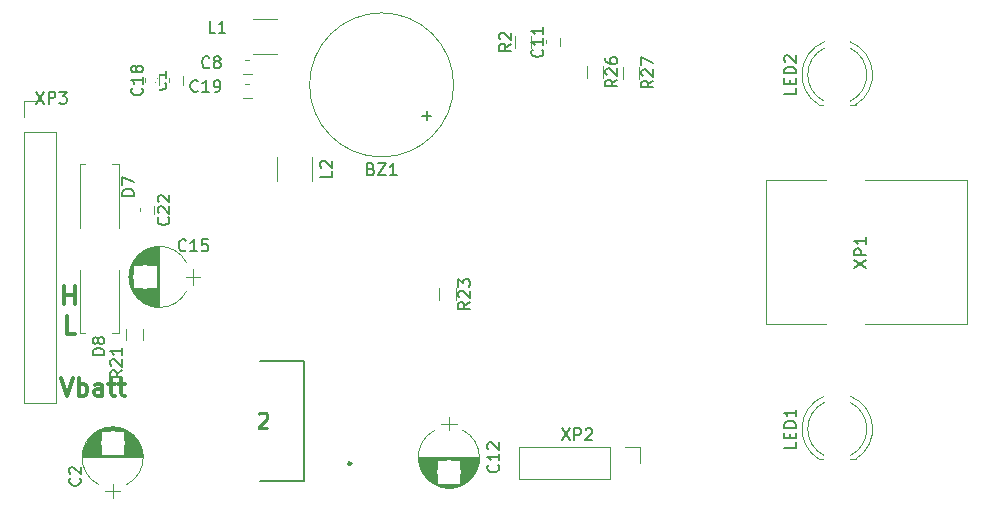
<source format=gbr>
%TF.GenerationSoftware,KiCad,Pcbnew,4.0.7-e2-6376~58~ubuntu16.04.1*%
%TF.CreationDate,2017-12-07T11:47:19+02:00*%
%TF.ProjectId,Rover_Commander_v3.1a,526F7665725F436F6D6D616E6465725F,rev?*%
%TF.FileFunction,Legend,Top*%
%FSLAX46Y46*%
G04 Gerber Fmt 4.6, Leading zero omitted, Abs format (unit mm)*
G04 Created by KiCad (PCBNEW 4.0.7-e2-6376~58~ubuntu16.04.1) date Thu Dec  7 11:47:19 2017*
%MOMM*%
%LPD*%
G01*
G04 APERTURE LIST*
%ADD10C,0.100000*%
%ADD11C,0.300000*%
%ADD12C,0.120000*%
%ADD13C,0.200000*%
%ADD14C,0.254000*%
%ADD15C,0.150000*%
%ADD16R,2.400000X2.400000*%
%ADD17C,2.400000*%
%ADD18R,1.150000X1.600000*%
%ADD19R,1.600000X1.150000*%
%ADD20R,2.400000X2.900000*%
%ADD21R,2.900000X2.400000*%
%ADD22R,2.200000X2.200000*%
%ADD23C,2.200000*%
%ADD24R,1.300000X1.600000*%
%ADD25C,1.920000*%
%ADD26C,3.100000*%
%ADD27R,2.100000X2.100000*%
%ADD28O,2.100000X2.100000*%
%ADD29R,2.000000X2.000000*%
%ADD30C,2.000000*%
%ADD31R,4.150000X1.450000*%
%ADD32R,8.700000X10.900000*%
%ADD33R,2.200000X2.900000*%
G04 APERTURE END LIST*
D10*
D11*
X111285714Y-111678571D02*
X111785714Y-113178571D01*
X112285714Y-111678571D01*
X112785714Y-113178571D02*
X112785714Y-111678571D01*
X112785714Y-112250000D02*
X112928571Y-112178571D01*
X113214285Y-112178571D01*
X113357142Y-112250000D01*
X113428571Y-112321429D01*
X113500000Y-112464286D01*
X113500000Y-112892857D01*
X113428571Y-113035714D01*
X113357142Y-113107143D01*
X113214285Y-113178571D01*
X112928571Y-113178571D01*
X112785714Y-113107143D01*
X114785714Y-113178571D02*
X114785714Y-112392857D01*
X114714285Y-112250000D01*
X114571428Y-112178571D01*
X114285714Y-112178571D01*
X114142857Y-112250000D01*
X114785714Y-113107143D02*
X114642857Y-113178571D01*
X114285714Y-113178571D01*
X114142857Y-113107143D01*
X114071428Y-112964286D01*
X114071428Y-112821429D01*
X114142857Y-112678571D01*
X114285714Y-112607143D01*
X114642857Y-112607143D01*
X114785714Y-112535714D01*
X115285714Y-112178571D02*
X115857143Y-112178571D01*
X115500000Y-111678571D02*
X115500000Y-112964286D01*
X115571428Y-113107143D01*
X115714286Y-113178571D01*
X115857143Y-113178571D01*
X116142857Y-112178571D02*
X116714286Y-112178571D01*
X116357143Y-111678571D02*
X116357143Y-112964286D01*
X116428571Y-113107143D01*
X116571429Y-113178571D01*
X116714286Y-113178571D01*
X111571429Y-105403571D02*
X111571429Y-103903571D01*
X111571429Y-104617857D02*
X112428572Y-104617857D01*
X112428572Y-105403571D02*
X112428572Y-103903571D01*
X112464286Y-107953571D02*
X111750000Y-107953571D01*
X111750000Y-106453571D01*
D12*
X144520000Y-86868000D02*
G75*
G03X144520000Y-86868000I-6100000J0D01*
G01*
X120400000Y-86850000D02*
X120400000Y-86150000D01*
X121600000Y-86150000D02*
X121600000Y-86850000D01*
X126716000Y-84744000D02*
X127416000Y-84744000D01*
X127416000Y-85944000D02*
X126716000Y-85944000D01*
X152308000Y-83596000D02*
X152308000Y-82896000D01*
X153508000Y-82896000D02*
X153508000Y-83596000D01*
X118400000Y-86850000D02*
X118400000Y-86150000D01*
X119600000Y-86150000D02*
X119600000Y-86850000D01*
X126716000Y-86776000D02*
X127416000Y-86776000D01*
X127416000Y-87976000D02*
X126716000Y-87976000D01*
X119150000Y-97100000D02*
X119150000Y-97800000D01*
X117950000Y-97800000D02*
X117950000Y-97100000D01*
X129556000Y-84284000D02*
X127556000Y-84284000D01*
X127556000Y-81324000D02*
X129556000Y-81324000D01*
X129584000Y-94980000D02*
X129584000Y-92980000D01*
X132544000Y-92980000D02*
X132544000Y-94980000D01*
X175919173Y-113212185D02*
G75*
G03X175455170Y-118560000I1080827J-2787815D01*
G01*
X178080827Y-113212185D02*
G75*
G02X178544830Y-118560000I-1080827J-2787815D01*
G01*
X175919571Y-113745521D02*
G75*
G03X175920000Y-118254684I1080429J-2254479D01*
G01*
X178080429Y-113745521D02*
G75*
G02X178080000Y-118254684I-1080429J-2254479D01*
G01*
X175455000Y-118560000D02*
X175920000Y-118560000D01*
X178080000Y-118560000D02*
X178545000Y-118560000D01*
X175919173Y-83212185D02*
G75*
G03X175455170Y-88560000I1080827J-2787815D01*
G01*
X178080827Y-83212185D02*
G75*
G02X178544830Y-88560000I-1080827J-2787815D01*
G01*
X175919571Y-83745521D02*
G75*
G03X175920000Y-88254684I1080429J-2254479D01*
G01*
X178080429Y-83745521D02*
G75*
G02X178080000Y-88254684I-1080429J-2254479D01*
G01*
X175455000Y-88560000D02*
X175920000Y-88560000D01*
X178080000Y-88560000D02*
X178545000Y-88560000D01*
X151048000Y-82728000D02*
X151048000Y-83728000D01*
X149688000Y-83728000D02*
X149688000Y-82728000D01*
X118180000Y-107500000D02*
X118180000Y-108500000D01*
X116820000Y-108500000D02*
X116820000Y-107500000D01*
X143320000Y-105100000D02*
X143320000Y-104100000D01*
X144680000Y-104100000D02*
X144680000Y-105100000D01*
X179350000Y-107120000D02*
X187990000Y-107120000D01*
X170970000Y-107120000D02*
X176050000Y-107120000D01*
X179350000Y-94920000D02*
X187990000Y-94920000D01*
X170970000Y-94920000D02*
X176050000Y-94920000D01*
X187990000Y-94920000D02*
X187990000Y-107120000D01*
X170970000Y-107120000D02*
X170970000Y-94920000D01*
X150054000Y-117542000D02*
X150054000Y-120202000D01*
X157734000Y-117542000D02*
X150054000Y-117542000D01*
X157734000Y-120202000D02*
X150054000Y-120202000D01*
X157734000Y-117542000D02*
X157734000Y-120202000D01*
X159004000Y-117542000D02*
X160334000Y-117542000D01*
X160334000Y-117542000D02*
X160334000Y-118872000D01*
X108170000Y-113790000D02*
X110830000Y-113790000D01*
X108170000Y-90870000D02*
X108170000Y-113790000D01*
X110830000Y-90870000D02*
X110830000Y-113790000D01*
X108170000Y-90870000D02*
X110830000Y-90870000D01*
X108170000Y-89600000D02*
X108170000Y-88270000D01*
X108170000Y-88270000D02*
X109500000Y-88270000D01*
X114468277Y-116096278D02*
G75*
G03X114468000Y-120707580I1179723J-2305722D01*
G01*
X116827723Y-116096278D02*
G75*
G02X116828000Y-120707580I-1179723J-2305722D01*
G01*
X116827723Y-116096278D02*
G75*
G03X114468000Y-116096420I-1179723J-2305722D01*
G01*
X113098000Y-118402000D02*
X118198000Y-118402000D01*
X113098000Y-118362000D02*
X118198000Y-118362000D01*
X113099000Y-118322000D02*
X118197000Y-118322000D01*
X113100000Y-118282000D02*
X118196000Y-118282000D01*
X113102000Y-118242000D02*
X118194000Y-118242000D01*
X113105000Y-118202000D02*
X118191000Y-118202000D01*
X113109000Y-118162000D02*
X118187000Y-118162000D01*
X113113000Y-118122000D02*
X114668000Y-118122000D01*
X116628000Y-118122000D02*
X118183000Y-118122000D01*
X113117000Y-118082000D02*
X114668000Y-118082000D01*
X116628000Y-118082000D02*
X118179000Y-118082000D01*
X113123000Y-118042000D02*
X114668000Y-118042000D01*
X116628000Y-118042000D02*
X118173000Y-118042000D01*
X113129000Y-118002000D02*
X114668000Y-118002000D01*
X116628000Y-118002000D02*
X118167000Y-118002000D01*
X113135000Y-117962000D02*
X114668000Y-117962000D01*
X116628000Y-117962000D02*
X118161000Y-117962000D01*
X113142000Y-117922000D02*
X114668000Y-117922000D01*
X116628000Y-117922000D02*
X118154000Y-117922000D01*
X113150000Y-117882000D02*
X114668000Y-117882000D01*
X116628000Y-117882000D02*
X118146000Y-117882000D01*
X113159000Y-117842000D02*
X114668000Y-117842000D01*
X116628000Y-117842000D02*
X118137000Y-117842000D01*
X113168000Y-117802000D02*
X114668000Y-117802000D01*
X116628000Y-117802000D02*
X118128000Y-117802000D01*
X113178000Y-117762000D02*
X114668000Y-117762000D01*
X116628000Y-117762000D02*
X118118000Y-117762000D01*
X113188000Y-117722000D02*
X114668000Y-117722000D01*
X116628000Y-117722000D02*
X118108000Y-117722000D01*
X113200000Y-117681000D02*
X114668000Y-117681000D01*
X116628000Y-117681000D02*
X118096000Y-117681000D01*
X113212000Y-117641000D02*
X114668000Y-117641000D01*
X116628000Y-117641000D02*
X118084000Y-117641000D01*
X113224000Y-117601000D02*
X114668000Y-117601000D01*
X116628000Y-117601000D02*
X118072000Y-117601000D01*
X113238000Y-117561000D02*
X114668000Y-117561000D01*
X116628000Y-117561000D02*
X118058000Y-117561000D01*
X113252000Y-117521000D02*
X114668000Y-117521000D01*
X116628000Y-117521000D02*
X118044000Y-117521000D01*
X113266000Y-117481000D02*
X114668000Y-117481000D01*
X116628000Y-117481000D02*
X118030000Y-117481000D01*
X113282000Y-117441000D02*
X114668000Y-117441000D01*
X116628000Y-117441000D02*
X118014000Y-117441000D01*
X113298000Y-117401000D02*
X114668000Y-117401000D01*
X116628000Y-117401000D02*
X117998000Y-117401000D01*
X113315000Y-117361000D02*
X114668000Y-117361000D01*
X116628000Y-117361000D02*
X117981000Y-117361000D01*
X113333000Y-117321000D02*
X114668000Y-117321000D01*
X116628000Y-117321000D02*
X117963000Y-117321000D01*
X113352000Y-117281000D02*
X114668000Y-117281000D01*
X116628000Y-117281000D02*
X117944000Y-117281000D01*
X113372000Y-117241000D02*
X114668000Y-117241000D01*
X116628000Y-117241000D02*
X117924000Y-117241000D01*
X113392000Y-117201000D02*
X114668000Y-117201000D01*
X116628000Y-117201000D02*
X117904000Y-117201000D01*
X113414000Y-117161000D02*
X114668000Y-117161000D01*
X116628000Y-117161000D02*
X117882000Y-117161000D01*
X113436000Y-117121000D02*
X114668000Y-117121000D01*
X116628000Y-117121000D02*
X117860000Y-117121000D01*
X113459000Y-117081000D02*
X114668000Y-117081000D01*
X116628000Y-117081000D02*
X117837000Y-117081000D01*
X113483000Y-117041000D02*
X114668000Y-117041000D01*
X116628000Y-117041000D02*
X117813000Y-117041000D01*
X113508000Y-117001000D02*
X114668000Y-117001000D01*
X116628000Y-117001000D02*
X117788000Y-117001000D01*
X113535000Y-116961000D02*
X114668000Y-116961000D01*
X116628000Y-116961000D02*
X117761000Y-116961000D01*
X113562000Y-116921000D02*
X114668000Y-116921000D01*
X116628000Y-116921000D02*
X117734000Y-116921000D01*
X113590000Y-116881000D02*
X114668000Y-116881000D01*
X116628000Y-116881000D02*
X117706000Y-116881000D01*
X113620000Y-116841000D02*
X114668000Y-116841000D01*
X116628000Y-116841000D02*
X117676000Y-116841000D01*
X113651000Y-116801000D02*
X114668000Y-116801000D01*
X116628000Y-116801000D02*
X117645000Y-116801000D01*
X113683000Y-116761000D02*
X114668000Y-116761000D01*
X116628000Y-116761000D02*
X117613000Y-116761000D01*
X113716000Y-116721000D02*
X114668000Y-116721000D01*
X116628000Y-116721000D02*
X117580000Y-116721000D01*
X113751000Y-116681000D02*
X114668000Y-116681000D01*
X116628000Y-116681000D02*
X117545000Y-116681000D01*
X113787000Y-116641000D02*
X114668000Y-116641000D01*
X116628000Y-116641000D02*
X117509000Y-116641000D01*
X113825000Y-116601000D02*
X114668000Y-116601000D01*
X116628000Y-116601000D02*
X117471000Y-116601000D01*
X113865000Y-116561000D02*
X114668000Y-116561000D01*
X116628000Y-116561000D02*
X117431000Y-116561000D01*
X113906000Y-116521000D02*
X114668000Y-116521000D01*
X116628000Y-116521000D02*
X117390000Y-116521000D01*
X113949000Y-116481000D02*
X114668000Y-116481000D01*
X116628000Y-116481000D02*
X117347000Y-116481000D01*
X113994000Y-116441000D02*
X114668000Y-116441000D01*
X116628000Y-116441000D02*
X117302000Y-116441000D01*
X114042000Y-116401000D02*
X114668000Y-116401000D01*
X116628000Y-116401000D02*
X117254000Y-116401000D01*
X114092000Y-116361000D02*
X114668000Y-116361000D01*
X116628000Y-116361000D02*
X117204000Y-116361000D01*
X114144000Y-116321000D02*
X114668000Y-116321000D01*
X116628000Y-116321000D02*
X117152000Y-116321000D01*
X114200000Y-116281000D02*
X114668000Y-116281000D01*
X116628000Y-116281000D02*
X117096000Y-116281000D01*
X114258000Y-116241000D02*
X114668000Y-116241000D01*
X116628000Y-116241000D02*
X117038000Y-116241000D01*
X114321000Y-116201000D02*
X114668000Y-116201000D01*
X116628000Y-116201000D02*
X116975000Y-116201000D01*
X114387000Y-116161000D02*
X116909000Y-116161000D01*
X114459000Y-116121000D02*
X116837000Y-116121000D01*
X114536000Y-116081000D02*
X116760000Y-116081000D01*
X114620000Y-116041000D02*
X116676000Y-116041000D01*
X114714000Y-116001000D02*
X116582000Y-116001000D01*
X114819000Y-115961000D02*
X116477000Y-115961000D01*
X114941000Y-115921000D02*
X116355000Y-115921000D01*
X115089000Y-115881000D02*
X116207000Y-115881000D01*
X115294000Y-115841000D02*
X116002000Y-115841000D01*
X115648000Y-121852000D02*
X115648000Y-120652000D01*
X114998000Y-121252000D02*
X116298000Y-121252000D01*
X145291723Y-120707722D02*
G75*
G03X145292000Y-116096420I-1179723J2305722D01*
G01*
X142932277Y-120707722D02*
G75*
G02X142932000Y-116096420I1179723J2305722D01*
G01*
X142932277Y-120707722D02*
G75*
G03X145292000Y-120707580I1179723J2305722D01*
G01*
X146662000Y-118402000D02*
X141562000Y-118402000D01*
X146662000Y-118442000D02*
X141562000Y-118442000D01*
X146661000Y-118482000D02*
X141563000Y-118482000D01*
X146660000Y-118522000D02*
X141564000Y-118522000D01*
X146658000Y-118562000D02*
X141566000Y-118562000D01*
X146655000Y-118602000D02*
X141569000Y-118602000D01*
X146651000Y-118642000D02*
X141573000Y-118642000D01*
X146647000Y-118682000D02*
X145092000Y-118682000D01*
X143132000Y-118682000D02*
X141577000Y-118682000D01*
X146643000Y-118722000D02*
X145092000Y-118722000D01*
X143132000Y-118722000D02*
X141581000Y-118722000D01*
X146637000Y-118762000D02*
X145092000Y-118762000D01*
X143132000Y-118762000D02*
X141587000Y-118762000D01*
X146631000Y-118802000D02*
X145092000Y-118802000D01*
X143132000Y-118802000D02*
X141593000Y-118802000D01*
X146625000Y-118842000D02*
X145092000Y-118842000D01*
X143132000Y-118842000D02*
X141599000Y-118842000D01*
X146618000Y-118882000D02*
X145092000Y-118882000D01*
X143132000Y-118882000D02*
X141606000Y-118882000D01*
X146610000Y-118922000D02*
X145092000Y-118922000D01*
X143132000Y-118922000D02*
X141614000Y-118922000D01*
X146601000Y-118962000D02*
X145092000Y-118962000D01*
X143132000Y-118962000D02*
X141623000Y-118962000D01*
X146592000Y-119002000D02*
X145092000Y-119002000D01*
X143132000Y-119002000D02*
X141632000Y-119002000D01*
X146582000Y-119042000D02*
X145092000Y-119042000D01*
X143132000Y-119042000D02*
X141642000Y-119042000D01*
X146572000Y-119082000D02*
X145092000Y-119082000D01*
X143132000Y-119082000D02*
X141652000Y-119082000D01*
X146560000Y-119123000D02*
X145092000Y-119123000D01*
X143132000Y-119123000D02*
X141664000Y-119123000D01*
X146548000Y-119163000D02*
X145092000Y-119163000D01*
X143132000Y-119163000D02*
X141676000Y-119163000D01*
X146536000Y-119203000D02*
X145092000Y-119203000D01*
X143132000Y-119203000D02*
X141688000Y-119203000D01*
X146522000Y-119243000D02*
X145092000Y-119243000D01*
X143132000Y-119243000D02*
X141702000Y-119243000D01*
X146508000Y-119283000D02*
X145092000Y-119283000D01*
X143132000Y-119283000D02*
X141716000Y-119283000D01*
X146494000Y-119323000D02*
X145092000Y-119323000D01*
X143132000Y-119323000D02*
X141730000Y-119323000D01*
X146478000Y-119363000D02*
X145092000Y-119363000D01*
X143132000Y-119363000D02*
X141746000Y-119363000D01*
X146462000Y-119403000D02*
X145092000Y-119403000D01*
X143132000Y-119403000D02*
X141762000Y-119403000D01*
X146445000Y-119443000D02*
X145092000Y-119443000D01*
X143132000Y-119443000D02*
X141779000Y-119443000D01*
X146427000Y-119483000D02*
X145092000Y-119483000D01*
X143132000Y-119483000D02*
X141797000Y-119483000D01*
X146408000Y-119523000D02*
X145092000Y-119523000D01*
X143132000Y-119523000D02*
X141816000Y-119523000D01*
X146388000Y-119563000D02*
X145092000Y-119563000D01*
X143132000Y-119563000D02*
X141836000Y-119563000D01*
X146368000Y-119603000D02*
X145092000Y-119603000D01*
X143132000Y-119603000D02*
X141856000Y-119603000D01*
X146346000Y-119643000D02*
X145092000Y-119643000D01*
X143132000Y-119643000D02*
X141878000Y-119643000D01*
X146324000Y-119683000D02*
X145092000Y-119683000D01*
X143132000Y-119683000D02*
X141900000Y-119683000D01*
X146301000Y-119723000D02*
X145092000Y-119723000D01*
X143132000Y-119723000D02*
X141923000Y-119723000D01*
X146277000Y-119763000D02*
X145092000Y-119763000D01*
X143132000Y-119763000D02*
X141947000Y-119763000D01*
X146252000Y-119803000D02*
X145092000Y-119803000D01*
X143132000Y-119803000D02*
X141972000Y-119803000D01*
X146225000Y-119843000D02*
X145092000Y-119843000D01*
X143132000Y-119843000D02*
X141999000Y-119843000D01*
X146198000Y-119883000D02*
X145092000Y-119883000D01*
X143132000Y-119883000D02*
X142026000Y-119883000D01*
X146170000Y-119923000D02*
X145092000Y-119923000D01*
X143132000Y-119923000D02*
X142054000Y-119923000D01*
X146140000Y-119963000D02*
X145092000Y-119963000D01*
X143132000Y-119963000D02*
X142084000Y-119963000D01*
X146109000Y-120003000D02*
X145092000Y-120003000D01*
X143132000Y-120003000D02*
X142115000Y-120003000D01*
X146077000Y-120043000D02*
X145092000Y-120043000D01*
X143132000Y-120043000D02*
X142147000Y-120043000D01*
X146044000Y-120083000D02*
X145092000Y-120083000D01*
X143132000Y-120083000D02*
X142180000Y-120083000D01*
X146009000Y-120123000D02*
X145092000Y-120123000D01*
X143132000Y-120123000D02*
X142215000Y-120123000D01*
X145973000Y-120163000D02*
X145092000Y-120163000D01*
X143132000Y-120163000D02*
X142251000Y-120163000D01*
X145935000Y-120203000D02*
X145092000Y-120203000D01*
X143132000Y-120203000D02*
X142289000Y-120203000D01*
X145895000Y-120243000D02*
X145092000Y-120243000D01*
X143132000Y-120243000D02*
X142329000Y-120243000D01*
X145854000Y-120283000D02*
X145092000Y-120283000D01*
X143132000Y-120283000D02*
X142370000Y-120283000D01*
X145811000Y-120323000D02*
X145092000Y-120323000D01*
X143132000Y-120323000D02*
X142413000Y-120323000D01*
X145766000Y-120363000D02*
X145092000Y-120363000D01*
X143132000Y-120363000D02*
X142458000Y-120363000D01*
X145718000Y-120403000D02*
X145092000Y-120403000D01*
X143132000Y-120403000D02*
X142506000Y-120403000D01*
X145668000Y-120443000D02*
X145092000Y-120443000D01*
X143132000Y-120443000D02*
X142556000Y-120443000D01*
X145616000Y-120483000D02*
X145092000Y-120483000D01*
X143132000Y-120483000D02*
X142608000Y-120483000D01*
X145560000Y-120523000D02*
X145092000Y-120523000D01*
X143132000Y-120523000D02*
X142664000Y-120523000D01*
X145502000Y-120563000D02*
X145092000Y-120563000D01*
X143132000Y-120563000D02*
X142722000Y-120563000D01*
X145439000Y-120603000D02*
X145092000Y-120603000D01*
X143132000Y-120603000D02*
X142785000Y-120603000D01*
X145373000Y-120643000D02*
X142851000Y-120643000D01*
X145301000Y-120683000D02*
X142923000Y-120683000D01*
X145224000Y-120723000D02*
X143000000Y-120723000D01*
X145140000Y-120763000D02*
X143084000Y-120763000D01*
X145046000Y-120803000D02*
X143178000Y-120803000D01*
X144941000Y-120843000D02*
X143283000Y-120843000D01*
X144819000Y-120883000D02*
X143405000Y-120883000D01*
X144671000Y-120923000D02*
X143553000Y-120923000D01*
X144466000Y-120963000D02*
X143758000Y-120963000D01*
X144112000Y-114952000D02*
X144112000Y-116152000D01*
X144762000Y-115552000D02*
X143462000Y-115552000D01*
X155784000Y-86268000D02*
X155784000Y-85268000D01*
X157144000Y-85268000D02*
X157144000Y-86268000D01*
X158832000Y-86352000D02*
X158832000Y-85352000D01*
X160192000Y-85352000D02*
X160192000Y-86352000D01*
X117308278Y-104303723D02*
G75*
G03X121919580Y-104304000I2305722J1179723D01*
G01*
X117308278Y-101944277D02*
G75*
G02X121919580Y-101944000I2305722J-1179723D01*
G01*
X117308278Y-101944277D02*
G75*
G03X117308420Y-104304000I2305722J-1179723D01*
G01*
X119614000Y-105674000D02*
X119614000Y-100574000D01*
X119574000Y-105674000D02*
X119574000Y-100574000D01*
X119534000Y-105673000D02*
X119534000Y-100575000D01*
X119494000Y-105672000D02*
X119494000Y-100576000D01*
X119454000Y-105670000D02*
X119454000Y-100578000D01*
X119414000Y-105667000D02*
X119414000Y-100581000D01*
X119374000Y-105663000D02*
X119374000Y-100585000D01*
X119334000Y-105659000D02*
X119334000Y-104104000D01*
X119334000Y-102144000D02*
X119334000Y-100589000D01*
X119294000Y-105655000D02*
X119294000Y-104104000D01*
X119294000Y-102144000D02*
X119294000Y-100593000D01*
X119254000Y-105649000D02*
X119254000Y-104104000D01*
X119254000Y-102144000D02*
X119254000Y-100599000D01*
X119214000Y-105643000D02*
X119214000Y-104104000D01*
X119214000Y-102144000D02*
X119214000Y-100605000D01*
X119174000Y-105637000D02*
X119174000Y-104104000D01*
X119174000Y-102144000D02*
X119174000Y-100611000D01*
X119134000Y-105630000D02*
X119134000Y-104104000D01*
X119134000Y-102144000D02*
X119134000Y-100618000D01*
X119094000Y-105622000D02*
X119094000Y-104104000D01*
X119094000Y-102144000D02*
X119094000Y-100626000D01*
X119054000Y-105613000D02*
X119054000Y-104104000D01*
X119054000Y-102144000D02*
X119054000Y-100635000D01*
X119014000Y-105604000D02*
X119014000Y-104104000D01*
X119014000Y-102144000D02*
X119014000Y-100644000D01*
X118974000Y-105594000D02*
X118974000Y-104104000D01*
X118974000Y-102144000D02*
X118974000Y-100654000D01*
X118934000Y-105584000D02*
X118934000Y-104104000D01*
X118934000Y-102144000D02*
X118934000Y-100664000D01*
X118893000Y-105572000D02*
X118893000Y-104104000D01*
X118893000Y-102144000D02*
X118893000Y-100676000D01*
X118853000Y-105560000D02*
X118853000Y-104104000D01*
X118853000Y-102144000D02*
X118853000Y-100688000D01*
X118813000Y-105548000D02*
X118813000Y-104104000D01*
X118813000Y-102144000D02*
X118813000Y-100700000D01*
X118773000Y-105534000D02*
X118773000Y-104104000D01*
X118773000Y-102144000D02*
X118773000Y-100714000D01*
X118733000Y-105520000D02*
X118733000Y-104104000D01*
X118733000Y-102144000D02*
X118733000Y-100728000D01*
X118693000Y-105506000D02*
X118693000Y-104104000D01*
X118693000Y-102144000D02*
X118693000Y-100742000D01*
X118653000Y-105490000D02*
X118653000Y-104104000D01*
X118653000Y-102144000D02*
X118653000Y-100758000D01*
X118613000Y-105474000D02*
X118613000Y-104104000D01*
X118613000Y-102144000D02*
X118613000Y-100774000D01*
X118573000Y-105457000D02*
X118573000Y-104104000D01*
X118573000Y-102144000D02*
X118573000Y-100791000D01*
X118533000Y-105439000D02*
X118533000Y-104104000D01*
X118533000Y-102144000D02*
X118533000Y-100809000D01*
X118493000Y-105420000D02*
X118493000Y-104104000D01*
X118493000Y-102144000D02*
X118493000Y-100828000D01*
X118453000Y-105400000D02*
X118453000Y-104104000D01*
X118453000Y-102144000D02*
X118453000Y-100848000D01*
X118413000Y-105380000D02*
X118413000Y-104104000D01*
X118413000Y-102144000D02*
X118413000Y-100868000D01*
X118373000Y-105358000D02*
X118373000Y-104104000D01*
X118373000Y-102144000D02*
X118373000Y-100890000D01*
X118333000Y-105336000D02*
X118333000Y-104104000D01*
X118333000Y-102144000D02*
X118333000Y-100912000D01*
X118293000Y-105313000D02*
X118293000Y-104104000D01*
X118293000Y-102144000D02*
X118293000Y-100935000D01*
X118253000Y-105289000D02*
X118253000Y-104104000D01*
X118253000Y-102144000D02*
X118253000Y-100959000D01*
X118213000Y-105264000D02*
X118213000Y-104104000D01*
X118213000Y-102144000D02*
X118213000Y-100984000D01*
X118173000Y-105237000D02*
X118173000Y-104104000D01*
X118173000Y-102144000D02*
X118173000Y-101011000D01*
X118133000Y-105210000D02*
X118133000Y-104104000D01*
X118133000Y-102144000D02*
X118133000Y-101038000D01*
X118093000Y-105182000D02*
X118093000Y-104104000D01*
X118093000Y-102144000D02*
X118093000Y-101066000D01*
X118053000Y-105152000D02*
X118053000Y-104104000D01*
X118053000Y-102144000D02*
X118053000Y-101096000D01*
X118013000Y-105121000D02*
X118013000Y-104104000D01*
X118013000Y-102144000D02*
X118013000Y-101127000D01*
X117973000Y-105089000D02*
X117973000Y-104104000D01*
X117973000Y-102144000D02*
X117973000Y-101159000D01*
X117933000Y-105056000D02*
X117933000Y-104104000D01*
X117933000Y-102144000D02*
X117933000Y-101192000D01*
X117893000Y-105021000D02*
X117893000Y-104104000D01*
X117893000Y-102144000D02*
X117893000Y-101227000D01*
X117853000Y-104985000D02*
X117853000Y-104104000D01*
X117853000Y-102144000D02*
X117853000Y-101263000D01*
X117813000Y-104947000D02*
X117813000Y-104104000D01*
X117813000Y-102144000D02*
X117813000Y-101301000D01*
X117773000Y-104907000D02*
X117773000Y-104104000D01*
X117773000Y-102144000D02*
X117773000Y-101341000D01*
X117733000Y-104866000D02*
X117733000Y-104104000D01*
X117733000Y-102144000D02*
X117733000Y-101382000D01*
X117693000Y-104823000D02*
X117693000Y-104104000D01*
X117693000Y-102144000D02*
X117693000Y-101425000D01*
X117653000Y-104778000D02*
X117653000Y-104104000D01*
X117653000Y-102144000D02*
X117653000Y-101470000D01*
X117613000Y-104730000D02*
X117613000Y-104104000D01*
X117613000Y-102144000D02*
X117613000Y-101518000D01*
X117573000Y-104680000D02*
X117573000Y-104104000D01*
X117573000Y-102144000D02*
X117573000Y-101568000D01*
X117533000Y-104628000D02*
X117533000Y-104104000D01*
X117533000Y-102144000D02*
X117533000Y-101620000D01*
X117493000Y-104572000D02*
X117493000Y-104104000D01*
X117493000Y-102144000D02*
X117493000Y-101676000D01*
X117453000Y-104514000D02*
X117453000Y-104104000D01*
X117453000Y-102144000D02*
X117453000Y-101734000D01*
X117413000Y-104451000D02*
X117413000Y-104104000D01*
X117413000Y-102144000D02*
X117413000Y-101797000D01*
X117373000Y-104385000D02*
X117373000Y-101863000D01*
X117333000Y-104313000D02*
X117333000Y-101935000D01*
X117293000Y-104236000D02*
X117293000Y-102012000D01*
X117253000Y-104152000D02*
X117253000Y-102096000D01*
X117213000Y-104058000D02*
X117213000Y-102190000D01*
X117173000Y-103953000D02*
X117173000Y-102295000D01*
X117133000Y-103831000D02*
X117133000Y-102417000D01*
X117093000Y-103683000D02*
X117093000Y-102565000D01*
X117053000Y-103478000D02*
X117053000Y-102770000D01*
X123064000Y-103124000D02*
X121864000Y-103124000D01*
X122464000Y-103774000D02*
X122464000Y-102474000D01*
D13*
X128112000Y-110216000D02*
X131812000Y-110216000D01*
X131812000Y-110216000D02*
X131812000Y-120416000D01*
X131812000Y-120416000D02*
X128112000Y-120416000D01*
D14*
X135837000Y-118916000D02*
G75*
G03X135837000Y-118916000I-125000J0D01*
G01*
D12*
X116150000Y-93600000D02*
X112850000Y-93600000D01*
X112850000Y-93600000D02*
X112850000Y-99000000D01*
X116150000Y-93600000D02*
X116150000Y-99000000D01*
X112850000Y-107900000D02*
X116150000Y-107900000D01*
X116150000Y-107900000D02*
X116150000Y-102500000D01*
X112850000Y-107900000D02*
X112850000Y-102500000D01*
D15*
X137539048Y-93996571D02*
X137681905Y-94044190D01*
X137729524Y-94091810D01*
X137777143Y-94187048D01*
X137777143Y-94329905D01*
X137729524Y-94425143D01*
X137681905Y-94472762D01*
X137586667Y-94520381D01*
X137205714Y-94520381D01*
X137205714Y-93520381D01*
X137539048Y-93520381D01*
X137634286Y-93568000D01*
X137681905Y-93615619D01*
X137729524Y-93710857D01*
X137729524Y-93806095D01*
X137681905Y-93901333D01*
X137634286Y-93948952D01*
X137539048Y-93996571D01*
X137205714Y-93996571D01*
X138110476Y-93520381D02*
X138777143Y-93520381D01*
X138110476Y-94520381D01*
X138777143Y-94520381D01*
X139681905Y-94520381D02*
X139110476Y-94520381D01*
X139396190Y-94520381D02*
X139396190Y-93520381D01*
X139300952Y-93663238D01*
X139205714Y-93758476D01*
X139110476Y-93806095D01*
X141849048Y-89479429D02*
X142610953Y-89479429D01*
X142230001Y-89860381D02*
X142230001Y-89098476D01*
X120107143Y-86666666D02*
X120154762Y-86714285D01*
X120202381Y-86857142D01*
X120202381Y-86952380D01*
X120154762Y-87095238D01*
X120059524Y-87190476D01*
X119964286Y-87238095D01*
X119773810Y-87285714D01*
X119630952Y-87285714D01*
X119440476Y-87238095D01*
X119345238Y-87190476D01*
X119250000Y-87095238D01*
X119202381Y-86952380D01*
X119202381Y-86857142D01*
X119250000Y-86714285D01*
X119297619Y-86666666D01*
X120202381Y-85714285D02*
X120202381Y-86285714D01*
X120202381Y-86000000D02*
X119202381Y-86000000D01*
X119345238Y-86095238D01*
X119440476Y-86190476D01*
X119488095Y-86285714D01*
X123833334Y-85357143D02*
X123785715Y-85404762D01*
X123642858Y-85452381D01*
X123547620Y-85452381D01*
X123404762Y-85404762D01*
X123309524Y-85309524D01*
X123261905Y-85214286D01*
X123214286Y-85023810D01*
X123214286Y-84880952D01*
X123261905Y-84690476D01*
X123309524Y-84595238D01*
X123404762Y-84500000D01*
X123547620Y-84452381D01*
X123642858Y-84452381D01*
X123785715Y-84500000D01*
X123833334Y-84547619D01*
X124404762Y-84880952D02*
X124309524Y-84833333D01*
X124261905Y-84785714D01*
X124214286Y-84690476D01*
X124214286Y-84642857D01*
X124261905Y-84547619D01*
X124309524Y-84500000D01*
X124404762Y-84452381D01*
X124595239Y-84452381D01*
X124690477Y-84500000D01*
X124738096Y-84547619D01*
X124785715Y-84642857D01*
X124785715Y-84690476D01*
X124738096Y-84785714D01*
X124690477Y-84833333D01*
X124595239Y-84880952D01*
X124404762Y-84880952D01*
X124309524Y-84928571D01*
X124261905Y-84976190D01*
X124214286Y-85071429D01*
X124214286Y-85261905D01*
X124261905Y-85357143D01*
X124309524Y-85404762D01*
X124404762Y-85452381D01*
X124595239Y-85452381D01*
X124690477Y-85404762D01*
X124738096Y-85357143D01*
X124785715Y-85261905D01*
X124785715Y-85071429D01*
X124738096Y-84976190D01*
X124690477Y-84928571D01*
X124595239Y-84880952D01*
X152015143Y-83888857D02*
X152062762Y-83936476D01*
X152110381Y-84079333D01*
X152110381Y-84174571D01*
X152062762Y-84317429D01*
X151967524Y-84412667D01*
X151872286Y-84460286D01*
X151681810Y-84507905D01*
X151538952Y-84507905D01*
X151348476Y-84460286D01*
X151253238Y-84412667D01*
X151158000Y-84317429D01*
X151110381Y-84174571D01*
X151110381Y-84079333D01*
X151158000Y-83936476D01*
X151205619Y-83888857D01*
X152110381Y-82936476D02*
X152110381Y-83507905D01*
X152110381Y-83222191D02*
X151110381Y-83222191D01*
X151253238Y-83317429D01*
X151348476Y-83412667D01*
X151396095Y-83507905D01*
X152110381Y-81984095D02*
X152110381Y-82555524D01*
X152110381Y-82269810D02*
X151110381Y-82269810D01*
X151253238Y-82365048D01*
X151348476Y-82460286D01*
X151396095Y-82555524D01*
X118107143Y-87142857D02*
X118154762Y-87190476D01*
X118202381Y-87333333D01*
X118202381Y-87428571D01*
X118154762Y-87571429D01*
X118059524Y-87666667D01*
X117964286Y-87714286D01*
X117773810Y-87761905D01*
X117630952Y-87761905D01*
X117440476Y-87714286D01*
X117345238Y-87666667D01*
X117250000Y-87571429D01*
X117202381Y-87428571D01*
X117202381Y-87333333D01*
X117250000Y-87190476D01*
X117297619Y-87142857D01*
X118202381Y-86190476D02*
X118202381Y-86761905D01*
X118202381Y-86476191D02*
X117202381Y-86476191D01*
X117345238Y-86571429D01*
X117440476Y-86666667D01*
X117488095Y-86761905D01*
X117630952Y-85619048D02*
X117583333Y-85714286D01*
X117535714Y-85761905D01*
X117440476Y-85809524D01*
X117392857Y-85809524D01*
X117297619Y-85761905D01*
X117250000Y-85714286D01*
X117202381Y-85619048D01*
X117202381Y-85428571D01*
X117250000Y-85333333D01*
X117297619Y-85285714D01*
X117392857Y-85238095D01*
X117440476Y-85238095D01*
X117535714Y-85285714D01*
X117583333Y-85333333D01*
X117630952Y-85428571D01*
X117630952Y-85619048D01*
X117678571Y-85714286D01*
X117726190Y-85761905D01*
X117821429Y-85809524D01*
X118011905Y-85809524D01*
X118107143Y-85761905D01*
X118154762Y-85714286D01*
X118202381Y-85619048D01*
X118202381Y-85428571D01*
X118154762Y-85333333D01*
X118107143Y-85285714D01*
X118011905Y-85238095D01*
X117821429Y-85238095D01*
X117726190Y-85285714D01*
X117678571Y-85333333D01*
X117630952Y-85428571D01*
X122857143Y-87357143D02*
X122809524Y-87404762D01*
X122666667Y-87452381D01*
X122571429Y-87452381D01*
X122428571Y-87404762D01*
X122333333Y-87309524D01*
X122285714Y-87214286D01*
X122238095Y-87023810D01*
X122238095Y-86880952D01*
X122285714Y-86690476D01*
X122333333Y-86595238D01*
X122428571Y-86500000D01*
X122571429Y-86452381D01*
X122666667Y-86452381D01*
X122809524Y-86500000D01*
X122857143Y-86547619D01*
X123809524Y-87452381D02*
X123238095Y-87452381D01*
X123523809Y-87452381D02*
X123523809Y-86452381D01*
X123428571Y-86595238D01*
X123333333Y-86690476D01*
X123238095Y-86738095D01*
X124285714Y-87452381D02*
X124476190Y-87452381D01*
X124571429Y-87404762D01*
X124619048Y-87357143D01*
X124714286Y-87214286D01*
X124761905Y-87023810D01*
X124761905Y-86642857D01*
X124714286Y-86547619D01*
X124666667Y-86500000D01*
X124571429Y-86452381D01*
X124380952Y-86452381D01*
X124285714Y-86500000D01*
X124238095Y-86547619D01*
X124190476Y-86642857D01*
X124190476Y-86880952D01*
X124238095Y-86976190D01*
X124285714Y-87023810D01*
X124380952Y-87071429D01*
X124571429Y-87071429D01*
X124666667Y-87023810D01*
X124714286Y-86976190D01*
X124761905Y-86880952D01*
X120357143Y-98092857D02*
X120404762Y-98140476D01*
X120452381Y-98283333D01*
X120452381Y-98378571D01*
X120404762Y-98521429D01*
X120309524Y-98616667D01*
X120214286Y-98664286D01*
X120023810Y-98711905D01*
X119880952Y-98711905D01*
X119690476Y-98664286D01*
X119595238Y-98616667D01*
X119500000Y-98521429D01*
X119452381Y-98378571D01*
X119452381Y-98283333D01*
X119500000Y-98140476D01*
X119547619Y-98092857D01*
X119547619Y-97711905D02*
X119500000Y-97664286D01*
X119452381Y-97569048D01*
X119452381Y-97330952D01*
X119500000Y-97235714D01*
X119547619Y-97188095D01*
X119642857Y-97140476D01*
X119738095Y-97140476D01*
X119880952Y-97188095D01*
X120452381Y-97759524D01*
X120452381Y-97140476D01*
X119547619Y-96759524D02*
X119500000Y-96711905D01*
X119452381Y-96616667D01*
X119452381Y-96378571D01*
X119500000Y-96283333D01*
X119547619Y-96235714D01*
X119642857Y-96188095D01*
X119738095Y-96188095D01*
X119880952Y-96235714D01*
X120452381Y-96807143D01*
X120452381Y-96188095D01*
X124333334Y-82452381D02*
X123857143Y-82452381D01*
X123857143Y-81452381D01*
X125190477Y-82452381D02*
X124619048Y-82452381D01*
X124904762Y-82452381D02*
X124904762Y-81452381D01*
X124809524Y-81595238D01*
X124714286Y-81690476D01*
X124619048Y-81738095D01*
X134216381Y-94146666D02*
X134216381Y-94622857D01*
X133216381Y-94622857D01*
X133311619Y-93860952D02*
X133264000Y-93813333D01*
X133216381Y-93718095D01*
X133216381Y-93479999D01*
X133264000Y-93384761D01*
X133311619Y-93337142D01*
X133406857Y-93289523D01*
X133502095Y-93289523D01*
X133644952Y-93337142D01*
X134216381Y-93908571D01*
X134216381Y-93289523D01*
X173492381Y-117119047D02*
X173492381Y-117595238D01*
X172492381Y-117595238D01*
X172968571Y-116785714D02*
X172968571Y-116452380D01*
X173492381Y-116309523D02*
X173492381Y-116785714D01*
X172492381Y-116785714D01*
X172492381Y-116309523D01*
X173492381Y-115880952D02*
X172492381Y-115880952D01*
X172492381Y-115642857D01*
X172540000Y-115499999D01*
X172635238Y-115404761D01*
X172730476Y-115357142D01*
X172920952Y-115309523D01*
X173063810Y-115309523D01*
X173254286Y-115357142D01*
X173349524Y-115404761D01*
X173444762Y-115499999D01*
X173492381Y-115642857D01*
X173492381Y-115880952D01*
X173492381Y-114357142D02*
X173492381Y-114928571D01*
X173492381Y-114642857D02*
X172492381Y-114642857D01*
X172635238Y-114738095D01*
X172730476Y-114833333D01*
X172778095Y-114928571D01*
X173492381Y-87119047D02*
X173492381Y-87595238D01*
X172492381Y-87595238D01*
X172968571Y-86785714D02*
X172968571Y-86452380D01*
X173492381Y-86309523D02*
X173492381Y-86785714D01*
X172492381Y-86785714D01*
X172492381Y-86309523D01*
X173492381Y-85880952D02*
X172492381Y-85880952D01*
X172492381Y-85642857D01*
X172540000Y-85499999D01*
X172635238Y-85404761D01*
X172730476Y-85357142D01*
X172920952Y-85309523D01*
X173063810Y-85309523D01*
X173254286Y-85357142D01*
X173349524Y-85404761D01*
X173444762Y-85499999D01*
X173492381Y-85642857D01*
X173492381Y-85880952D01*
X172587619Y-84928571D02*
X172540000Y-84880952D01*
X172492381Y-84785714D01*
X172492381Y-84547618D01*
X172540000Y-84452380D01*
X172587619Y-84404761D01*
X172682857Y-84357142D01*
X172778095Y-84357142D01*
X172920952Y-84404761D01*
X173492381Y-84976190D01*
X173492381Y-84357142D01*
X149370381Y-83394666D02*
X148894190Y-83728000D01*
X149370381Y-83966095D02*
X148370381Y-83966095D01*
X148370381Y-83585142D01*
X148418000Y-83489904D01*
X148465619Y-83442285D01*
X148560857Y-83394666D01*
X148703714Y-83394666D01*
X148798952Y-83442285D01*
X148846571Y-83489904D01*
X148894190Y-83585142D01*
X148894190Y-83966095D01*
X148465619Y-83013714D02*
X148418000Y-82966095D01*
X148370381Y-82870857D01*
X148370381Y-82632761D01*
X148418000Y-82537523D01*
X148465619Y-82489904D01*
X148560857Y-82442285D01*
X148656095Y-82442285D01*
X148798952Y-82489904D01*
X149370381Y-83061333D01*
X149370381Y-82442285D01*
X116452381Y-111042857D02*
X115976190Y-111376191D01*
X116452381Y-111614286D02*
X115452381Y-111614286D01*
X115452381Y-111233333D01*
X115500000Y-111138095D01*
X115547619Y-111090476D01*
X115642857Y-111042857D01*
X115785714Y-111042857D01*
X115880952Y-111090476D01*
X115928571Y-111138095D01*
X115976190Y-111233333D01*
X115976190Y-111614286D01*
X115547619Y-110661905D02*
X115500000Y-110614286D01*
X115452381Y-110519048D01*
X115452381Y-110280952D01*
X115500000Y-110185714D01*
X115547619Y-110138095D01*
X115642857Y-110090476D01*
X115738095Y-110090476D01*
X115880952Y-110138095D01*
X116452381Y-110709524D01*
X116452381Y-110090476D01*
X116452381Y-109138095D02*
X116452381Y-109709524D01*
X116452381Y-109423810D02*
X115452381Y-109423810D01*
X115595238Y-109519048D01*
X115690476Y-109614286D01*
X115738095Y-109709524D01*
X145902381Y-105242857D02*
X145426190Y-105576191D01*
X145902381Y-105814286D02*
X144902381Y-105814286D01*
X144902381Y-105433333D01*
X144950000Y-105338095D01*
X144997619Y-105290476D01*
X145092857Y-105242857D01*
X145235714Y-105242857D01*
X145330952Y-105290476D01*
X145378571Y-105338095D01*
X145426190Y-105433333D01*
X145426190Y-105814286D01*
X144997619Y-104861905D02*
X144950000Y-104814286D01*
X144902381Y-104719048D01*
X144902381Y-104480952D01*
X144950000Y-104385714D01*
X144997619Y-104338095D01*
X145092857Y-104290476D01*
X145188095Y-104290476D01*
X145330952Y-104338095D01*
X145902381Y-104909524D01*
X145902381Y-104290476D01*
X144902381Y-103957143D02*
X144902381Y-103338095D01*
X145283333Y-103671429D01*
X145283333Y-103528571D01*
X145330952Y-103433333D01*
X145378571Y-103385714D01*
X145473810Y-103338095D01*
X145711905Y-103338095D01*
X145807143Y-103385714D01*
X145854762Y-103433333D01*
X145902381Y-103528571D01*
X145902381Y-103814286D01*
X145854762Y-103909524D01*
X145807143Y-103957143D01*
X178452381Y-102329524D02*
X179452381Y-101662857D01*
X178452381Y-101662857D02*
X179452381Y-102329524D01*
X179452381Y-101281905D02*
X178452381Y-101281905D01*
X178452381Y-100900952D01*
X178500000Y-100805714D01*
X178547619Y-100758095D01*
X178642857Y-100710476D01*
X178785714Y-100710476D01*
X178880952Y-100758095D01*
X178928571Y-100805714D01*
X178976190Y-100900952D01*
X178976190Y-101281905D01*
X179452381Y-99758095D02*
X179452381Y-100329524D01*
X179452381Y-100043810D02*
X178452381Y-100043810D01*
X178595238Y-100139048D01*
X178690476Y-100234286D01*
X178738095Y-100329524D01*
X153690476Y-115952381D02*
X154357143Y-116952381D01*
X154357143Y-115952381D02*
X153690476Y-116952381D01*
X154738095Y-116952381D02*
X154738095Y-115952381D01*
X155119048Y-115952381D01*
X155214286Y-116000000D01*
X155261905Y-116047619D01*
X155309524Y-116142857D01*
X155309524Y-116285714D01*
X155261905Y-116380952D01*
X155214286Y-116428571D01*
X155119048Y-116476190D01*
X154738095Y-116476190D01*
X155690476Y-116047619D02*
X155738095Y-116000000D01*
X155833333Y-115952381D01*
X156071429Y-115952381D01*
X156166667Y-116000000D01*
X156214286Y-116047619D01*
X156261905Y-116142857D01*
X156261905Y-116238095D01*
X156214286Y-116380952D01*
X155642857Y-116952381D01*
X156261905Y-116952381D01*
X109190476Y-87452381D02*
X109857143Y-88452381D01*
X109857143Y-87452381D02*
X109190476Y-88452381D01*
X110238095Y-88452381D02*
X110238095Y-87452381D01*
X110619048Y-87452381D01*
X110714286Y-87500000D01*
X110761905Y-87547619D01*
X110809524Y-87642857D01*
X110809524Y-87785714D01*
X110761905Y-87880952D01*
X110714286Y-87928571D01*
X110619048Y-87976190D01*
X110238095Y-87976190D01*
X111142857Y-87452381D02*
X111761905Y-87452381D01*
X111428571Y-87833333D01*
X111571429Y-87833333D01*
X111666667Y-87880952D01*
X111714286Y-87928571D01*
X111761905Y-88023810D01*
X111761905Y-88261905D01*
X111714286Y-88357143D01*
X111666667Y-88404762D01*
X111571429Y-88452381D01*
X111285714Y-88452381D01*
X111190476Y-88404762D01*
X111142857Y-88357143D01*
X112857143Y-120166666D02*
X112904762Y-120214285D01*
X112952381Y-120357142D01*
X112952381Y-120452380D01*
X112904762Y-120595238D01*
X112809524Y-120690476D01*
X112714286Y-120738095D01*
X112523810Y-120785714D01*
X112380952Y-120785714D01*
X112190476Y-120738095D01*
X112095238Y-120690476D01*
X112000000Y-120595238D01*
X111952381Y-120452380D01*
X111952381Y-120357142D01*
X112000000Y-120214285D01*
X112047619Y-120166666D01*
X112047619Y-119785714D02*
X112000000Y-119738095D01*
X111952381Y-119642857D01*
X111952381Y-119404761D01*
X112000000Y-119309523D01*
X112047619Y-119261904D01*
X112142857Y-119214285D01*
X112238095Y-119214285D01*
X112380952Y-119261904D01*
X112952381Y-119833333D01*
X112952381Y-119214285D01*
X148279143Y-119044857D02*
X148326762Y-119092476D01*
X148374381Y-119235333D01*
X148374381Y-119330571D01*
X148326762Y-119473429D01*
X148231524Y-119568667D01*
X148136286Y-119616286D01*
X147945810Y-119663905D01*
X147802952Y-119663905D01*
X147612476Y-119616286D01*
X147517238Y-119568667D01*
X147422000Y-119473429D01*
X147374381Y-119330571D01*
X147374381Y-119235333D01*
X147422000Y-119092476D01*
X147469619Y-119044857D01*
X148374381Y-118092476D02*
X148374381Y-118663905D01*
X148374381Y-118378191D02*
X147374381Y-118378191D01*
X147517238Y-118473429D01*
X147612476Y-118568667D01*
X147660095Y-118663905D01*
X147469619Y-117711524D02*
X147422000Y-117663905D01*
X147374381Y-117568667D01*
X147374381Y-117330571D01*
X147422000Y-117235333D01*
X147469619Y-117187714D01*
X147564857Y-117140095D01*
X147660095Y-117140095D01*
X147802952Y-117187714D01*
X148374381Y-117759143D01*
X148374381Y-117140095D01*
X158366381Y-86410857D02*
X157890190Y-86744191D01*
X158366381Y-86982286D02*
X157366381Y-86982286D01*
X157366381Y-86601333D01*
X157414000Y-86506095D01*
X157461619Y-86458476D01*
X157556857Y-86410857D01*
X157699714Y-86410857D01*
X157794952Y-86458476D01*
X157842571Y-86506095D01*
X157890190Y-86601333D01*
X157890190Y-86982286D01*
X157461619Y-86029905D02*
X157414000Y-85982286D01*
X157366381Y-85887048D01*
X157366381Y-85648952D01*
X157414000Y-85553714D01*
X157461619Y-85506095D01*
X157556857Y-85458476D01*
X157652095Y-85458476D01*
X157794952Y-85506095D01*
X158366381Y-86077524D01*
X158366381Y-85458476D01*
X157366381Y-84601333D02*
X157366381Y-84791810D01*
X157414000Y-84887048D01*
X157461619Y-84934667D01*
X157604476Y-85029905D01*
X157794952Y-85077524D01*
X158175905Y-85077524D01*
X158271143Y-85029905D01*
X158318762Y-84982286D01*
X158366381Y-84887048D01*
X158366381Y-84696571D01*
X158318762Y-84601333D01*
X158271143Y-84553714D01*
X158175905Y-84506095D01*
X157937810Y-84506095D01*
X157842571Y-84553714D01*
X157794952Y-84601333D01*
X157747333Y-84696571D01*
X157747333Y-84887048D01*
X157794952Y-84982286D01*
X157842571Y-85029905D01*
X157937810Y-85077524D01*
X161414381Y-86494857D02*
X160938190Y-86828191D01*
X161414381Y-87066286D02*
X160414381Y-87066286D01*
X160414381Y-86685333D01*
X160462000Y-86590095D01*
X160509619Y-86542476D01*
X160604857Y-86494857D01*
X160747714Y-86494857D01*
X160842952Y-86542476D01*
X160890571Y-86590095D01*
X160938190Y-86685333D01*
X160938190Y-87066286D01*
X160509619Y-86113905D02*
X160462000Y-86066286D01*
X160414381Y-85971048D01*
X160414381Y-85732952D01*
X160462000Y-85637714D01*
X160509619Y-85590095D01*
X160604857Y-85542476D01*
X160700095Y-85542476D01*
X160842952Y-85590095D01*
X161414381Y-86161524D01*
X161414381Y-85542476D01*
X160414381Y-85209143D02*
X160414381Y-84542476D01*
X161414381Y-84971048D01*
X121857143Y-100857143D02*
X121809524Y-100904762D01*
X121666667Y-100952381D01*
X121571429Y-100952381D01*
X121428571Y-100904762D01*
X121333333Y-100809524D01*
X121285714Y-100714286D01*
X121238095Y-100523810D01*
X121238095Y-100380952D01*
X121285714Y-100190476D01*
X121333333Y-100095238D01*
X121428571Y-100000000D01*
X121571429Y-99952381D01*
X121666667Y-99952381D01*
X121809524Y-100000000D01*
X121857143Y-100047619D01*
X122809524Y-100952381D02*
X122238095Y-100952381D01*
X122523809Y-100952381D02*
X122523809Y-99952381D01*
X122428571Y-100095238D01*
X122333333Y-100190476D01*
X122238095Y-100238095D01*
X123714286Y-99952381D02*
X123238095Y-99952381D01*
X123190476Y-100428571D01*
X123238095Y-100380952D01*
X123333333Y-100333333D01*
X123571429Y-100333333D01*
X123666667Y-100380952D01*
X123714286Y-100428571D01*
X123761905Y-100523810D01*
X123761905Y-100761905D01*
X123714286Y-100857143D01*
X123666667Y-100904762D01*
X123571429Y-100952381D01*
X123333333Y-100952381D01*
X123238095Y-100904762D01*
X123190476Y-100857143D01*
D14*
X126744381Y-114620524D02*
X126744381Y-115648619D01*
X126804857Y-115769571D01*
X126865333Y-115830048D01*
X126986286Y-115890524D01*
X127228190Y-115890524D01*
X127349143Y-115830048D01*
X127409619Y-115769571D01*
X127470095Y-115648619D01*
X127470095Y-114620524D01*
X128014381Y-114741476D02*
X128074857Y-114681000D01*
X128195809Y-114620524D01*
X128498190Y-114620524D01*
X128619143Y-114681000D01*
X128679619Y-114741476D01*
X128740095Y-114862429D01*
X128740095Y-114983381D01*
X128679619Y-115164810D01*
X127953905Y-115890524D01*
X128740095Y-115890524D01*
D15*
X117452381Y-96238095D02*
X116452381Y-96238095D01*
X116452381Y-96000000D01*
X116500000Y-95857142D01*
X116595238Y-95761904D01*
X116690476Y-95714285D01*
X116880952Y-95666666D01*
X117023810Y-95666666D01*
X117214286Y-95714285D01*
X117309524Y-95761904D01*
X117404762Y-95857142D01*
X117452381Y-96000000D01*
X117452381Y-96238095D01*
X116452381Y-95333333D02*
X116452381Y-94666666D01*
X117452381Y-95095238D01*
X114952381Y-109738095D02*
X113952381Y-109738095D01*
X113952381Y-109500000D01*
X114000000Y-109357142D01*
X114095238Y-109261904D01*
X114190476Y-109214285D01*
X114380952Y-109166666D01*
X114523810Y-109166666D01*
X114714286Y-109214285D01*
X114809524Y-109261904D01*
X114904762Y-109357142D01*
X114952381Y-109500000D01*
X114952381Y-109738095D01*
X114380952Y-108595238D02*
X114333333Y-108690476D01*
X114285714Y-108738095D01*
X114190476Y-108785714D01*
X114142857Y-108785714D01*
X114047619Y-108738095D01*
X114000000Y-108690476D01*
X113952381Y-108595238D01*
X113952381Y-108404761D01*
X114000000Y-108309523D01*
X114047619Y-108261904D01*
X114142857Y-108214285D01*
X114190476Y-108214285D01*
X114285714Y-108261904D01*
X114333333Y-108309523D01*
X114380952Y-108404761D01*
X114380952Y-108595238D01*
X114428571Y-108690476D01*
X114476190Y-108738095D01*
X114571429Y-108785714D01*
X114761905Y-108785714D01*
X114857143Y-108738095D01*
X114904762Y-108690476D01*
X114952381Y-108595238D01*
X114952381Y-108404761D01*
X114904762Y-108309523D01*
X114857143Y-108261904D01*
X114761905Y-108214285D01*
X114571429Y-108214285D01*
X114476190Y-108261904D01*
X114428571Y-108309523D01*
X114380952Y-108404761D01*
%LPC*%
D16*
X142220000Y-86868000D03*
D17*
X134620000Y-86868000D03*
D18*
X121000000Y-87450000D03*
X121000000Y-85550000D03*
D19*
X126116000Y-85344000D03*
X128016000Y-85344000D03*
D18*
X152908000Y-84196000D03*
X152908000Y-82296000D03*
X119000000Y-87450000D03*
X119000000Y-85550000D03*
D19*
X126116000Y-87376000D03*
X128016000Y-87376000D03*
D18*
X118550000Y-96500000D03*
X118550000Y-98400000D03*
D20*
X126556000Y-82804000D03*
X130556000Y-82804000D03*
D21*
X131064000Y-91980000D03*
X131064000Y-95980000D03*
D22*
X177000000Y-118540000D03*
D23*
X177000000Y-116000000D03*
X177000000Y-113460000D03*
D22*
X177000000Y-88540000D03*
D23*
X177000000Y-86000000D03*
X177000000Y-83460000D03*
D24*
X150368000Y-84328000D03*
X150368000Y-82128000D03*
X117500000Y-109100000D03*
X117500000Y-106900000D03*
X144000000Y-103500000D03*
X144000000Y-105700000D03*
D25*
X173000000Y-102290000D03*
X173000000Y-99750000D03*
X175000000Y-99750000D03*
X175000000Y-102290000D03*
D26*
X177700000Y-107020000D03*
X177700000Y-95020000D03*
D27*
X159004000Y-118872000D03*
D28*
X156464000Y-118872000D03*
X153924000Y-118872000D03*
X151384000Y-118872000D03*
D27*
X109500000Y-89600000D03*
D28*
X109500000Y-92140000D03*
X109500000Y-94680000D03*
X109500000Y-97220000D03*
X109500000Y-99760000D03*
X109500000Y-102300000D03*
X109500000Y-104840000D03*
X109500000Y-107380000D03*
X109500000Y-109920000D03*
X109500000Y-112460000D03*
D29*
X115648000Y-119652000D03*
D30*
X115648000Y-117152000D03*
D29*
X144112000Y-117152000D03*
D30*
X144112000Y-119652000D03*
D24*
X156464000Y-84668000D03*
X156464000Y-86868000D03*
X159512000Y-84752000D03*
X159512000Y-86952000D03*
D29*
X120864000Y-103124000D03*
D30*
X118364000Y-103124000D03*
D31*
X134112000Y-117856000D03*
X134112000Y-112776000D03*
D32*
X123612000Y-115316000D03*
D33*
X114500000Y-95000000D03*
X114500000Y-99000000D03*
X114500000Y-106500000D03*
X114500000Y-102500000D03*
M02*

</source>
